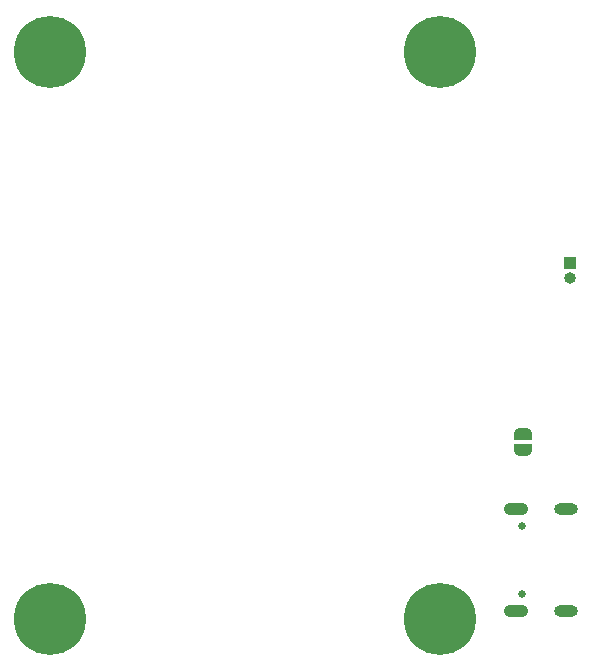
<source format=gbs>
G04 #@! TF.GenerationSoftware,KiCad,Pcbnew,(5.99.0-10613-g4d227d2d2b)*
G04 #@! TF.CreationDate,2021-06-17T11:01:32+05:30*
G04 #@! TF.ProjectId,rpi-cm4-base-carrier,7270692d-636d-4342-9d62-6173652d6361,v01*
G04 #@! TF.SameCoordinates,Original*
G04 #@! TF.FileFunction,Soldermask,Bot*
G04 #@! TF.FilePolarity,Negative*
%FSLAX46Y46*%
G04 Gerber Fmt 4.6, Leading zero omitted, Abs format (unit mm)*
G04 Created by KiCad (PCBNEW (5.99.0-10613-g4d227d2d2b)) date 2021-06-17 11:01:32*
%MOMM*%
%LPD*%
G01*
G04 APERTURE LIST*
G04 Aperture macros list*
%AMFreePoly0*
4,1,22,0.500000,-0.750000,0.000000,-0.750000,0.000000,-0.745033,-0.079941,-0.743568,-0.215256,-0.701293,-0.333266,-0.622738,-0.424486,-0.514219,-0.481581,-0.384460,-0.499164,-0.250000,-0.500000,-0.250000,-0.500000,0.250000,-0.499164,0.250000,-0.499963,0.256109,-0.478152,0.396186,-0.417904,0.524511,-0.324060,0.630769,-0.204165,0.706417,-0.067858,0.745374,0.000000,0.744959,0.000000,0.750000,
0.500000,0.750000,0.500000,-0.750000,0.500000,-0.750000,$1*%
%AMFreePoly1*
4,1,20,0.000000,0.744959,0.073905,0.744508,0.209726,0.703889,0.328688,0.626782,0.421226,0.519385,0.479903,0.390333,0.500000,0.250000,0.500000,-0.250000,0.499851,-0.262216,0.476331,-0.402017,0.414519,-0.529596,0.319384,-0.634700,0.198574,-0.708877,0.061801,-0.746166,0.000000,-0.745033,0.000000,-0.750000,-0.500000,-0.750000,-0.500000,0.750000,0.000000,0.750000,0.000000,0.744959,
0.000000,0.744959,$1*%
G04 Aperture macros list end*
%ADD10R,1.000000X1.000000*%
%ADD11O,1.000000X1.000000*%
%ADD12O,2.000000X1.000000*%
%ADD13O,2.100000X1.050000*%
%ADD14C,0.650000*%
%ADD15C,6.100000*%
%ADD16FreePoly0,270.000000*%
%ADD17FreePoly1,270.000000*%
G04 APERTURE END LIST*
D10*
X173990000Y-99822000D03*
D11*
X173990000Y-101092000D03*
D12*
X173665000Y-129332500D03*
X173665000Y-120692500D03*
D13*
X169485000Y-129332500D03*
X169485000Y-120692500D03*
D14*
X169985000Y-127902500D03*
X169985000Y-122122500D03*
D15*
X163000000Y-82000000D03*
X130000000Y-130000000D03*
X130000000Y-82000000D03*
X163000000Y-130000000D03*
D16*
X170000000Y-114350000D03*
D17*
X170000000Y-115650000D03*
M02*

</source>
